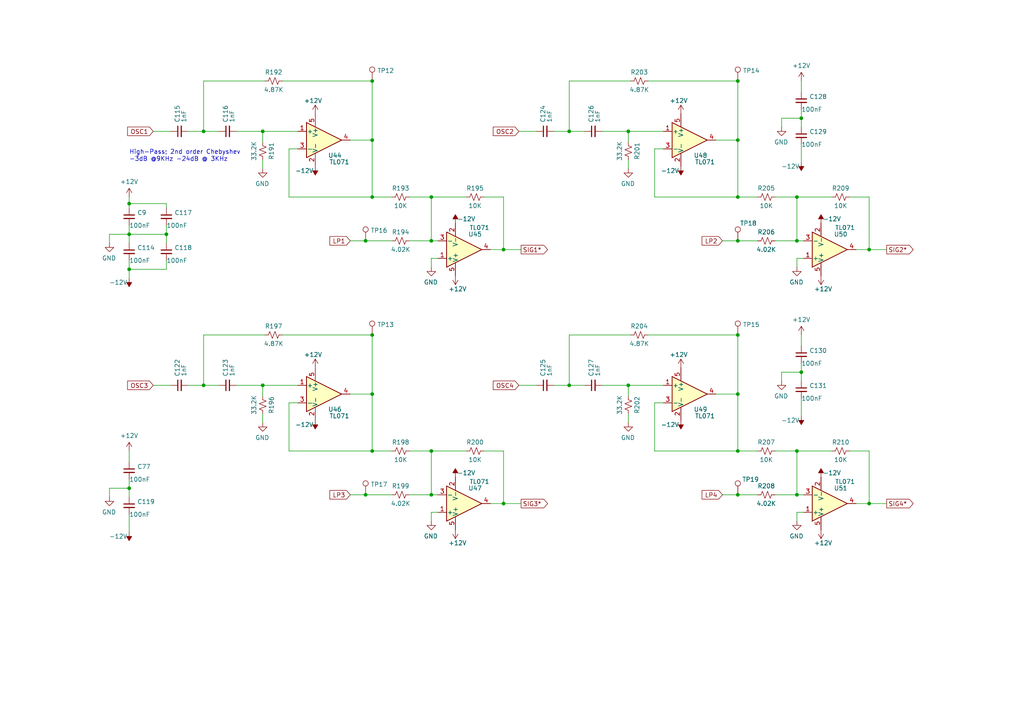
<source format=kicad_sch>
(kicad_sch (version 20211123) (generator eeschema)
  (paper "A4")
  (lib_symbols
    (symbol "Amplifier_Operational:TLV172IDCK" (pin_names (offset 0.127))
      (property "Reference" "U" (at 7.62 2.54 0))
      (property "Value" "TLV172IDCK" (at 11.43 -2.54 0))
      (symbol "TLV172IDCK_0_1"
        (polyline (pts (xy -2.54 5.08) (xy -2.54 -5.08) (xy 7.62 0) (xy -2.54 5.08)) (stroke (width 0.254)) (fill (type background)))
      )
      (symbol "TLV172IDCK_1_1"
        (pin input line (at -5.08 2.54 0) (length 2.54) (name "+") (number "1"))
        (pin power_in line (at 0 -7.62 90) (length 3.81) (name "V-") (number "2"))
        (pin input line (at -5.08 -2.54 0) (length 2.54) (name "-") (number "3"))
        (pin output line (at 10.16 0 180) (length 2.54) (name "~") (number "4"))
        (pin power_in line (at 0 7.62 270) (length 3.81) (name "V+") (number "5"))
      )
    )
    (symbol "Connector:TestPoint" (pin_numbers hide) (pin_names (offset 0.762) hide)
      (property "Reference" "TP" (at 0 6.858 0))
      (property "Value" "TestPoint" (at 0 5.08 0))
      (symbol "TestPoint_0_1"
        (circle (center 0 3.302) (radius 0.762))
      )
      (symbol "TestPoint_1_1"
        (pin passive line (at 0 0 90) (length 2.54) (name "1") (number "1"))
      )
    )
    (symbol "Device:C_Small" (pin_numbers hide) (pin_names (offset 0.254) hide)
      (property "Reference" "C" (at 0.254 1.778 0))
      (property "Value" "C_Small" (at 0.254 -2.032 0))
      (symbol "C_Small_0_1"
        (polyline (pts (xy -1.524 -0.508) (xy 1.524 -0.508)) (stroke (width 0.3302)))
        (polyline (pts (xy -1.524 0.508) (xy 1.524 0.508)) (stroke (width 0.3048)))
      )
      (symbol "C_Small_1_1"
        (pin passive line (at 0 2.54 270) (length 2.032) (name "~") (number "1"))
        (pin passive line (at 0 -2.54 90) (length 2.032) (name "~") (number "2"))
      )
    )
    (symbol "Device:R_Small_US" (pin_numbers hide) (pin_names (offset 0.254) hide)
      (property "Reference" "R" (at 0.762 0.508 0))
      (property "Value" "R_Small_US" (at 0.762 -1.016 0))
      (symbol "R_Small_US_1_1"
        (polyline (pts (xy 0 0) (xy 1.016 -0.381) (xy 0 -0.762) (xy -1.016 -1.143) (xy 0 -1.524)))
        (polyline (pts (xy 0 1.524) (xy 1.016 1.143) (xy 0 0.762) (xy -1.016 0.381) (xy 0 0)))
        (pin passive line (at 0 2.54 270) (length 1.016) (name "~") (number "1"))
        (pin passive line (at 0 -2.54 90) (length 1.016) (name "~") (number "2"))
      )
    )
    (symbol "power:+12V" (power) (pin_names (offset 0))
      (property "Value" "+12V" (at 0 3.556 0))
      (symbol "+12V_0_1"
        (polyline (pts (xy -0.762 1.27) (xy 0 2.54)))
        (polyline (pts (xy 0 0) (xy 0 2.54)))
        (polyline (pts (xy 0 2.54) (xy 0.762 1.27)))
      )
      (symbol "+12V_1_1"
        (pin power_in line (at 0 0 90) (length 0) hide (name "+12V") (number "1"))
      )
    )
    (symbol "power:-12V" (power) (pin_names (offset 0))
      (property "Value" "-12V" (at 0 3.81 0))
      (symbol "-12V_0_0"
        (pin power_in line (at 0 0 90) (length 0) hide (name "-12V") (number "1"))
      )
      (symbol "-12V_0_1"
        (polyline (pts (xy 0 0) (xy 0 1.27) (xy 0.762 1.27) (xy 0 2.54) (xy -0.762 1.27) (xy 0 1.27)) (fill (type outline)))
      )
    )
    (symbol "power:GND" (power) (pin_names (offset 0))
      (property "Value" "GND" (at 0 -3.81 0))
      (symbol "GND_0_1"
        (polyline (pts (xy 0 0) (xy 0 -1.27) (xy 1.27 -1.27) (xy 0 -2.54) (xy -1.27 -1.27) (xy 0 -1.27)))
      )
      (symbol "GND_1_1"
        (pin power_in line (at 0 0 270) (length 0) hide (name "GND") (number "1"))
      )
    )
  )
  (junction (at 231.14 57.15))
  (junction (at 213.995 40.64))
  (junction (at 107.95 23.495))
  (junction (at 107.95 57.15))
  (junction (at 252.095 72.39))
  (junction (at 37.465 78.105))
  (junction (at 37.465 59.055))
  (junction (at 213.995 130.81))
  (junction (at 213.995 57.15))
  (junction (at 106.045 143.51))
  (junction (at 231.14 143.51))
  (junction (at 182.245 111.76))
  (junction (at 125.095 57.15))
  (junction (at 182.245 38.1))
  (junction (at 59.055 111.76))
  (junction (at 213.995 23.495))
  (junction (at 213.995 69.85))
  (junction (at 59.055 38.1))
  (junction (at 231.14 130.81))
  (junction (at 146.05 72.39))
  (junction (at 76.2 111.76))
  (junction (at 165.1 111.76))
  (junction (at 106.045 69.85))
  (junction (at 252.095 146.05))
  (junction (at 37.465 141.605))
  (junction (at 48.26 67.945))
  (junction (at 165.1 38.1))
  (junction (at 76.2 38.1))
  (junction (at 107.95 40.64))
  (junction (at 232.41 107.95))
  (junction (at 213.995 143.51))
  (junction (at 231.14 69.85))
  (junction (at 107.95 114.3))
  (junction (at 37.465 67.945))
  (junction (at 107.95 97.155))
  (junction (at 107.95 130.81))
  (junction (at 232.41 34.29))
  (junction (at 213.995 97.155))
  (junction (at 213.995 114.3))
  (junction (at 146.05 146.05))
  (junction (at 125.095 69.85))
  (junction (at 125.095 130.81))
  (junction (at 125.095 143.51))
  (wire (pts (xy 76.2 38.1) (xy 76.2 41.275)))
  (wire (pts (xy 213.995 69.85) (xy 219.71 69.85)))
  (wire (pts (xy 107.95 114.3) (xy 101.6 114.3)))
  (wire (pts (xy 135.255 130.81) (xy 125.095 130.81)))
  (wire (pts (xy 31.75 141.605) (xy 37.465 141.605)))
  (wire (pts (xy 48.26 78.105) (xy 37.465 78.105)))
  (wire (pts (xy 224.79 69.85) (xy 231.14 69.85)))
  (wire (pts (xy 37.465 59.055) (xy 37.465 60.325)))
  (wire (pts (xy 189.865 116.84) (xy 189.865 130.81)))
  (wire (pts (xy 192.405 38.1) (xy 182.245 38.1)))
  (wire (pts (xy 192.405 43.18) (xy 189.865 43.18)))
  (wire (pts (xy 83.82 43.18) (xy 83.82 57.15)))
  (wire (pts (xy 68.58 38.1) (xy 76.2 38.1)))
  (wire (pts (xy 224.79 57.15) (xy 231.14 57.15)))
  (wire (pts (xy 37.465 67.945) (xy 48.26 67.945)))
  (wire (pts (xy 107.95 40.64) (xy 101.6 40.64)))
  (wire (pts (xy 226.695 110.49) (xy 226.695 107.95)))
  (wire (pts (xy 231.14 143.51) (xy 233.045 143.51)))
  (wire (pts (xy 213.995 130.81) (xy 219.71 130.81)))
  (wire (pts (xy 252.095 57.15) (xy 252.095 72.39)))
  (wire (pts (xy 83.82 57.15) (xy 107.95 57.15)))
  (wire (pts (xy 232.41 23.495) (xy 232.41 26.67)))
  (wire (pts (xy 31.75 144.145) (xy 31.75 141.605)))
  (wire (pts (xy 37.465 130.81) (xy 37.465 133.985)))
  (wire (pts (xy 48.26 75.565) (xy 48.26 78.105)))
  (wire (pts (xy 182.88 23.495) (xy 165.1 23.495)))
  (wire (pts (xy 231.14 148.59) (xy 231.14 151.13)))
  (wire (pts (xy 233.045 74.93) (xy 231.14 74.93)))
  (wire (pts (xy 232.41 107.95) (xy 232.41 110.49)))
  (wire (pts (xy 182.245 38.1) (xy 182.245 41.275)))
  (wire (pts (xy 76.2 120.015) (xy 76.2 122.555)))
  (wire (pts (xy 125.095 74.93) (xy 125.095 77.47)))
  (wire (pts (xy 76.2 111.76) (xy 76.2 114.935)))
  (wire (pts (xy 59.055 23.495) (xy 59.055 38.1)))
  (wire (pts (xy 59.055 111.76) (xy 63.5 111.76)))
  (wire (pts (xy 233.045 148.59) (xy 231.14 148.59)))
  (wire (pts (xy 226.695 36.83) (xy 226.695 34.29)))
  (wire (pts (xy 187.96 97.155) (xy 213.995 97.155)))
  (wire (pts (xy 76.2 46.355) (xy 76.2 48.895)))
  (wire (pts (xy 83.82 116.84) (xy 83.82 130.81)))
  (wire (pts (xy 37.465 141.605) (xy 37.465 144.145)))
  (wire (pts (xy 118.745 69.85) (xy 125.095 69.85)))
  (wire (pts (xy 37.465 149.225) (xy 37.465 154.305)))
  (wire (pts (xy 189.865 57.15) (xy 213.995 57.15)))
  (wire (pts (xy 31.75 67.945) (xy 37.465 67.945)))
  (wire (pts (xy 189.865 43.18) (xy 189.865 57.15)))
  (wire (pts (xy 252.095 130.81) (xy 252.095 146.05)))
  (wire (pts (xy 232.41 97.155) (xy 232.41 100.33)))
  (wire (pts (xy 107.95 23.495) (xy 107.95 40.64)))
  (wire (pts (xy 81.915 97.155) (xy 107.95 97.155)))
  (wire (pts (xy 232.41 34.29) (xy 232.41 36.83)))
  (wire (pts (xy 241.3 57.15) (xy 231.14 57.15)))
  (wire (pts (xy 213.995 40.64) (xy 207.645 40.64)))
  (wire (pts (xy 118.745 57.15) (xy 125.095 57.15)))
  (wire (pts (xy 160.655 111.76) (xy 165.1 111.76)))
  (wire (pts (xy 241.3 130.81) (xy 231.14 130.81)))
  (wire (pts (xy 231.14 69.85) (xy 233.045 69.85)))
  (wire (pts (xy 213.995 57.15) (xy 213.995 40.64)))
  (wire (pts (xy 213.995 23.495) (xy 213.995 40.64)))
  (wire (pts (xy 232.41 41.91) (xy 232.41 46.99)))
  (wire (pts (xy 48.26 67.945) (xy 48.26 70.485)))
  (wire (pts (xy 189.865 130.81) (xy 213.995 130.81)))
  (wire (pts (xy 246.38 130.81) (xy 252.095 130.81)))
  (wire (pts (xy 31.75 70.485) (xy 31.75 67.945)))
  (wire (pts (xy 165.1 97.155) (xy 165.1 111.76)))
  (wire (pts (xy 83.82 130.81) (xy 107.95 130.81)))
  (wire (pts (xy 182.245 111.76) (xy 182.245 114.935)))
  (wire (pts (xy 37.465 59.055) (xy 48.26 59.055)))
  (wire (pts (xy 146.05 72.39) (xy 151.13 72.39)))
  (wire (pts (xy 209.55 143.51) (xy 213.995 143.51)))
  (wire (pts (xy 213.995 57.15) (xy 219.71 57.15)))
  (wire (pts (xy 107.95 130.81) (xy 107.95 114.3)))
  (wire (pts (xy 182.245 120.015) (xy 182.245 122.555)))
  (wire (pts (xy 231.14 57.15) (xy 231.14 69.85)))
  (wire (pts (xy 192.405 116.84) (xy 189.865 116.84)))
  (wire (pts (xy 37.465 65.405) (xy 37.465 67.945)))
  (wire (pts (xy 44.45 111.76) (xy 49.53 111.76)))
  (wire (pts (xy 127 74.93) (xy 125.095 74.93)))
  (wire (pts (xy 107.95 57.15) (xy 113.665 57.15)))
  (wire (pts (xy 68.58 111.76) (xy 76.2 111.76)))
  (wire (pts (xy 54.61 111.76) (xy 59.055 111.76)))
  (wire (pts (xy 125.095 69.85) (xy 127 69.85)))
  (wire (pts (xy 48.26 60.325) (xy 48.26 59.055)))
  (wire (pts (xy 125.095 57.15) (xy 125.095 69.85)))
  (wire (pts (xy 37.465 139.065) (xy 37.465 141.605)))
  (wire (pts (xy 174.625 38.1) (xy 182.245 38.1)))
  (wire (pts (xy 150.495 38.1) (xy 155.575 38.1)))
  (wire (pts (xy 107.95 57.15) (xy 107.95 40.64)))
  (wire (pts (xy 150.495 111.76) (xy 155.575 111.76)))
  (wire (pts (xy 165.1 38.1) (xy 169.545 38.1)))
  (wire (pts (xy 37.465 78.105) (xy 37.465 80.645)))
  (wire (pts (xy 125.095 130.81) (xy 125.095 143.51)))
  (wire (pts (xy 146.05 57.15) (xy 146.05 72.39)))
  (wire (pts (xy 165.1 111.76) (xy 169.545 111.76)))
  (wire (pts (xy 127 148.59) (xy 125.095 148.59)))
  (wire (pts (xy 76.835 97.155) (xy 59.055 97.155)))
  (wire (pts (xy 213.995 97.155) (xy 213.995 114.3)))
  (wire (pts (xy 54.61 38.1) (xy 59.055 38.1)))
  (wire (pts (xy 140.335 57.15) (xy 146.05 57.15)))
  (wire (pts (xy 232.41 105.41) (xy 232.41 107.95)))
  (wire (pts (xy 118.745 143.51) (xy 125.095 143.51)))
  (wire (pts (xy 106.045 143.51) (xy 113.665 143.51)))
  (wire (pts (xy 246.38 57.15) (xy 252.095 57.15)))
  (wire (pts (xy 213.995 143.51) (xy 219.71 143.51)))
  (wire (pts (xy 107.95 97.155) (xy 107.95 114.3)))
  (wire (pts (xy 213.995 130.81) (xy 213.995 114.3)))
  (wire (pts (xy 226.695 107.95) (xy 232.41 107.95)))
  (wire (pts (xy 146.05 130.81) (xy 146.05 146.05)))
  (wire (pts (xy 187.96 23.495) (xy 213.995 23.495)))
  (wire (pts (xy 101.6 69.85) (xy 106.045 69.85)))
  (wire (pts (xy 86.36 116.84) (xy 83.82 116.84)))
  (wire (pts (xy 209.55 69.85) (xy 213.995 69.85)))
  (wire (pts (xy 252.095 146.05) (xy 248.285 146.05)))
  (wire (pts (xy 44.45 38.1) (xy 49.53 38.1)))
  (wire (pts (xy 37.465 57.15) (xy 37.465 59.055)))
  (wire (pts (xy 252.095 72.39) (xy 257.175 72.39)))
  (wire (pts (xy 101.6 143.51) (xy 106.045 143.51)))
  (wire (pts (xy 59.055 97.155) (xy 59.055 111.76)))
  (wire (pts (xy 165.1 23.495) (xy 165.1 38.1)))
  (wire (pts (xy 106.045 69.85) (xy 113.665 69.85)))
  (wire (pts (xy 224.79 143.51) (xy 231.14 143.51)))
  (wire (pts (xy 146.05 146.05) (xy 151.13 146.05)))
  (wire (pts (xy 86.36 111.76) (xy 76.2 111.76)))
  (wire (pts (xy 146.05 72.39) (xy 142.24 72.39)))
  (wire (pts (xy 224.79 130.81) (xy 231.14 130.81)))
  (wire (pts (xy 140.335 130.81) (xy 146.05 130.81)))
  (wire (pts (xy 232.41 115.57) (xy 232.41 120.65)))
  (wire (pts (xy 182.88 97.155) (xy 165.1 97.155)))
  (wire (pts (xy 232.41 31.75) (xy 232.41 34.29)))
  (wire (pts (xy 135.255 57.15) (xy 125.095 57.15)))
  (wire (pts (xy 76.835 23.495) (xy 59.055 23.495)))
  (wire (pts (xy 182.245 46.355) (xy 182.245 48.895)))
  (wire (pts (xy 125.095 143.51) (xy 127 143.51)))
  (wire (pts (xy 231.14 74.93) (xy 231.14 77.47)))
  (wire (pts (xy 231.14 130.81) (xy 231.14 143.51)))
  (wire (pts (xy 86.36 38.1) (xy 76.2 38.1)))
  (wire (pts (xy 146.05 146.05) (xy 142.24 146.05)))
  (wire (pts (xy 118.745 130.81) (xy 125.095 130.81)))
  (wire (pts (xy 107.95 130.81) (xy 113.665 130.81)))
  (wire (pts (xy 86.36 43.18) (xy 83.82 43.18)))
  (wire (pts (xy 48.26 65.405) (xy 48.26 67.945)))
  (wire (pts (xy 160.655 38.1) (xy 165.1 38.1)))
  (wire (pts (xy 213.995 114.3) (xy 207.645 114.3)))
  (wire (pts (xy 252.095 146.05) (xy 257.175 146.05)))
  (wire (pts (xy 174.625 111.76) (xy 182.245 111.76)))
  (wire (pts (xy 37.465 75.565) (xy 37.465 78.105)))
  (wire (pts (xy 226.695 34.29) (xy 232.41 34.29)))
  (wire (pts (xy 81.915 23.495) (xy 107.95 23.495)))
  (wire (pts (xy 252.095 72.39) (xy 248.285 72.39)))
  (wire (pts (xy 125.095 148.59) (xy 125.095 151.13)))
  (wire (pts (xy 192.405 111.76) (xy 182.245 111.76)))
  (wire (pts (xy 59.055 38.1) (xy 63.5 38.1)))
  (wire (pts (xy 37.465 67.945) (xy 37.465 70.485)))
  (text "High-Pass; 2nd order Chebyshev\n-3dB @9KHz -24dB @ 3KHz" (at 37.465 46.99 0) (effects (font (size 1.27 1.27)) (justify left bottom)))
  (global_label "LP3" (shape input) (at 101.6 143.51 180) (property "Intersheet References" "${INTERSHEET_REFS}" (effects hide)))
  (global_label "SIG1*" (shape output) (at 151.13 72.39 0) (property "Intersheet References" "${INTERSHEET_REFS}" (effects hide)))
  (global_label "OSC2" (shape input) (at 150.495 38.1 180) (property "Intersheet References" "${INTERSHEET_REFS}" (effects hide)))
  (global_label "SIG3*" (shape output) (at 151.13 146.05 0) (property "Intersheet References" "${INTERSHEET_REFS}" (effects hide)))
  (global_label "LP1" (shape input) (at 101.6 69.85 180) (property "Intersheet References" "${INTERSHEET_REFS}" (effects hide)))
  (global_label "LP4" (shape input) (at 209.55 143.51 180) (property "Intersheet References" "${INTERSHEET_REFS}" (effects hide)))
  (global_label "LP2" (shape input) (at 209.55 69.85 180) (property "Intersheet References" "${INTERSHEET_REFS}" (effects hide)))
  (global_label "OSC1" (shape input) (at 44.45 38.1 180) (property "Intersheet References" "${INTERSHEET_REFS}" (effects hide)))
  (global_label "SIG2*" (shape output) (at 257.175 72.39 0) (property "Intersheet References" "${INTERSHEET_REFS}" (effects hide)))
  (global_label "OSC3" (shape input) (at 44.45 111.76 180) (property "Intersheet References" "${INTERSHEET_REFS}" (effects hide)))
  (global_label "OSC4" (shape input) (at 150.495 111.76 180) (property "Intersheet References" "${INTERSHEET_REFS}" (effects hide)))
  (global_label "SIG4*" (shape output) (at 257.175 146.05 0) (property "Intersheet References" "${INTERSHEET_REFS}" (effects hide)))
  (symbol (lib_id "Amplifier_Operational:TLV172IDCK") (at 238.125 146.05 0) (mirror x) (unit 1)
    (property "Reference" "U51" (at 243.84 141.605 0))
    (property "Value" "TL071" (at 245.11 139.7 0))
    (property "Footprint" "Package_TO_SOT_SMD:SOT-353_SC-70-5" (effects hide))
    (property "Datasheet" "http://www.ti.com/lit/ds/symlink/tlv172.pdf" (effects hide))
    (property "LCSC Part #" "C4370475" (effects hide))
    (property "Digi-Key Part" "296-TL071HIDCKRCT-ND" (effects hide))
  )
  (symbol (lib_id "Device:R_Small_US") (at 222.25 130.81 270) (unit 1)
    (property "Reference" "R207" (at 222.25 128.27 90))
    (property "Value" "10K" (at 222.25 133.35 90))
    (property "Footprint" "Resistor_SMD:R_0603_1608Metric" (effects hide))
    (property "Digi-Key Part" "CRT0805-FZ-1002ELFCT-ND" (effects hide))
    (property "LCSC Part #" "C25804" (effects hide))
  )
  (symbol (lib_id "power:+12V") (at 232.41 97.155 0) (unit 1)
    (property "Reference" "#PWR0241" (effects hide))
    (property "Value" "+12V" (at 232.41 92.71 0))
  )
  (symbol (lib_id "Device:R_Small_US") (at 185.42 97.155 270) (unit 1)
    (property "Reference" "R204" (at 185.42 94.615 90))
    (property "Value" "4.87K" (at 185.42 99.695 90))
    (property "Footprint" "Resistor_SMD:R_0603_1608Metric" (effects hide))
    (property "Digi-Key Part" "CRT0805-FZ-1002ELFCT-ND" (effects hide))
    (property "LCSC Part #" "C23045" (effects hide))
  )
  (symbol (lib_id "Amplifier_Operational:TLV172IDCK") (at 132.08 146.05 0) (mirror x) (unit 1)
    (property "Reference" "U47" (at 137.795 141.605 0))
    (property "Value" "TL071" (at 139.065 139.7 0))
    (property "Footprint" "Package_TO_SOT_SMD:SOT-353_SC-70-5" (effects hide))
    (property "Datasheet" "http://www.ti.com/lit/ds/symlink/tlv172.pdf" (effects hide))
    (property "LCSC Part #" "C4370475" (effects hide))
    (property "Digi-Key Part" "296-TL071HIDCKRCT-ND" (effects hide))
  )
  (symbol (lib_id "Amplifier_Operational:TLV172IDCK") (at 197.485 40.64 0) (unit 1)
    (property "Reference" "U48" (at 203.2 45.085 0))
    (property "Value" "TL071" (at 204.47 46.99 0))
    (property "Footprint" "Package_TO_SOT_SMD:SOT-353_SC-70-5" (effects hide))
    (property "Datasheet" "http://www.ti.com/lit/ds/symlink/tlv172.pdf" (effects hide))
    (property "LCSC Part #" "C4370475" (effects hide))
    (property "Digi-Key Part" "296-TL071HIDCKRCT-ND" (effects hide))
  )
  (symbol (lib_id "Device:C_Small") (at 66.04 111.76 90) (unit 1)
    (property "Reference" "C123" (at 65.405 109.22 0) (effects (justify left)))
    (property "Value" "1nF" (at 67.31 109.22 0) (effects (justify left)))
    (property "Footprint" "Capacitor_SMD:C_0603_1608Metric_Pad1.08x0.95mm_HandSolder" (effects hide))
    (property "Datasheet" "http://datasheets.avx.com/SR-Series.pdf" (effects hide))
    (property "Digi-Key Part" "399-9877-1-ND" (effects hide))
    (property "LCSC Part #" "C106246" (effects hide))
  )
  (symbol (lib_id "power:GND") (at 31.75 144.145 0) (mirror y) (unit 1)
    (property "Reference" "#PWR0220" (effects hide))
    (property "Value" "GND" (at 31.623 148.5392 0))
  )
  (symbol (lib_id "power:+12V") (at 132.08 153.67 180) (unit 1)
    (property "Reference" "#PWR0228" (effects hide))
    (property "Value" "+12V" (at 132.715 157.48 0))
  )
  (symbol (lib_id "power:GND") (at 182.245 48.895 0) (mirror y) (unit 1)
    (property "Reference" "#PWR0229" (effects hide))
    (property "Value" "GND" (at 182.118 53.2892 0))
  )
  (symbol (lib_id "Device:C_Small") (at 52.07 111.76 90) (unit 1)
    (property "Reference" "C122" (at 51.435 109.22 0) (effects (justify left)))
    (property "Value" "1nF" (at 53.34 109.22 0) (effects (justify left)))
    (property "Footprint" "Capacitor_SMD:C_0603_1608Metric_Pad1.08x0.95mm_HandSolder" (effects hide))
    (property "Datasheet" "http://datasheets.avx.com/SR-Series.pdf" (effects hide))
    (property "Digi-Key Part" "399-9877-1-ND" (effects hide))
    (property "LCSC Part #" "C106246" (effects hide))
  )
  (symbol (lib_id "Device:R_Small_US") (at 79.375 23.495 270) (unit 1)
    (property "Reference" "R192" (at 79.375 20.955 90))
    (property "Value" "4.87K" (at 79.375 26.035 90))
    (property "Footprint" "Resistor_SMD:R_0603_1608Metric" (effects hide))
    (property "Digi-Key Part" "CRT0805-FZ-1002ELFCT-ND" (effects hide))
    (property "LCSC Part #" "C23045" (effects hide))
  )
  (symbol (lib_id "power:+12V") (at 238.125 153.67 180) (unit 1)
    (property "Reference" "#PWR0246" (effects hide))
    (property "Value" "+12V" (at 238.76 157.48 0))
  )
  (symbol (lib_id "Device:R_Small_US") (at 137.795 130.81 270) (unit 1)
    (property "Reference" "R200" (at 137.795 128.27 90))
    (property "Value" "10K" (at 137.795 133.35 90))
    (property "Footprint" "Resistor_SMD:R_0603_1608Metric" (effects hide))
    (property "Digi-Key Part" "CRT0805-FZ-1002ELFCT-ND" (effects hide))
    (property "LCSC Part #" "C25804" (effects hide))
  )
  (symbol (lib_id "power:-12V") (at 197.485 48.26 180) (unit 1)
    (property "Reference" "#PWR0232" (effects hide))
    (property "Value" "-12V" (at 194.31 49.53 0))
  )
  (symbol (lib_id "Device:R_Small_US") (at 182.245 117.475 180) (unit 1)
    (property "Reference" "R202" (at 184.785 117.475 90))
    (property "Value" "33.2K" (at 179.705 117.475 90))
    (property "Footprint" "Resistor_SMD:R_0603_1608Metric" (effects hide))
    (property "Digi-Key Part" "CRT0805-FZ-1002ELFCT-ND" (effects hide))
    (property "LCSC Part #" "C185338" (effects hide))
  )
  (symbol (lib_id "power:+12V") (at 37.465 130.81 0) (unit 1)
    (property "Reference" "#PWR0221" (effects hide))
    (property "Value" "+12V" (at 37.465 126.365 0))
  )
  (symbol (lib_id "Device:C_Small") (at 172.085 111.76 90) (unit 1)
    (property "Reference" "C127" (at 171.45 109.22 0) (effects (justify left)))
    (property "Value" "1nF" (at 173.355 109.22 0) (effects (justify left)))
    (property "Footprint" "Capacitor_SMD:C_0603_1608Metric_Pad1.08x0.95mm_HandSolder" (effects hide))
    (property "Datasheet" "http://datasheets.avx.com/SR-Series.pdf" (effects hide))
    (property "Digi-Key Part" "399-9877-1-ND" (effects hide))
    (property "LCSC Part #" "C106246" (effects hide))
  )
  (symbol (lib_id "Device:C_Small") (at 232.41 29.21 0) (unit 1)
    (property "Reference" "C128" (at 234.7468 28.0416 0) (effects (justify left)))
    (property "Value" "100nF" (at 232.41 31.75 0) (effects (justify left)))
    (property "Footprint" "Capacitor_SMD:C_0603_1608Metric" (effects hide))
    (property "Datasheet" "http://datasheets.avx.com/SR-Series.pdf" (effects hide))
    (property "Digi-Key Part" "478-10836-1-ND" (effects hide))
    (property "LCSC Part #" "C14663" (effects hide))
  )
  (symbol (lib_id "Amplifier_Operational:TLV172IDCK") (at 197.485 114.3 0) (unit 1)
    (property "Reference" "U49" (at 203.2 118.745 0))
    (property "Value" "TL071" (at 204.47 120.65 0))
    (property "Footprint" "Package_TO_SOT_SMD:SOT-353_SC-70-5" (effects hide))
    (property "Datasheet" "http://www.ti.com/lit/ds/symlink/tlv172.pdf" (effects hide))
    (property "LCSC Part #" "C4370475" (effects hide))
    (property "Digi-Key Part" "296-TL071HIDCKRCT-ND" (effects hide))
  )
  (symbol (lib_id "power:-12V") (at 132.08 138.43 0) (unit 1)
    (property "Reference" "#PWR0227" (effects hide))
    (property "Value" "-12V" (at 135.255 137.16 0))
  )
  (symbol (lib_id "Device:R_Small_US") (at 116.205 57.15 270) (unit 1)
    (property "Reference" "R193" (at 116.205 54.61 90))
    (property "Value" "10K" (at 116.205 59.69 90))
    (property "Footprint" "Resistor_SMD:R_0603_1608Metric" (effects hide))
    (property "Digi-Key Part" "CRT0805-FZ-1002ELFCT-ND" (effects hide))
    (property "LCSC Part #" "C25804" (effects hide))
  )
  (symbol (lib_id "Device:C_Small") (at 232.41 102.87 0) (unit 1)
    (property "Reference" "C130" (at 234.7468 101.7016 0) (effects (justify left)))
    (property "Value" "100nF" (at 232.41 105.41 0) (effects (justify left)))
    (property "Footprint" "Capacitor_SMD:C_0603_1608Metric" (effects hide))
    (property "Datasheet" "http://datasheets.avx.com/SR-Series.pdf" (effects hide))
    (property "Digi-Key Part" "478-10836-1-ND" (effects hide))
    (property "LCSC Part #" "C14663" (effects hide))
  )
  (symbol (lib_id "power:GND") (at 226.695 36.83 0) (mirror y) (unit 1)
    (property "Reference" "#PWR0235" (effects hide))
    (property "Value" "GND" (at 226.568 41.2242 0))
  )
  (symbol (lib_id "Device:C_Small") (at 158.115 38.1 90) (unit 1)
    (property "Reference" "C124" (at 157.48 35.56 0) (effects (justify left)))
    (property "Value" "1nF" (at 159.385 35.56 0) (effects (justify left)))
    (property "Footprint" "Capacitor_SMD:C_0603_1608Metric_Pad1.08x0.95mm_HandSolder" (effects hide))
    (property "Datasheet" "http://datasheets.avx.com/SR-Series.pdf" (effects hide))
    (property "Digi-Key Part" "399-9877-1-ND" (effects hide))
    (property "LCSC Part #" "C106246" (effects hide))
  )
  (symbol (lib_id "Device:R_Small_US") (at 76.2 117.475 180) (unit 1)
    (property "Reference" "R196" (at 78.74 117.475 90))
    (property "Value" "33.2K" (at 73.66 117.475 90))
    (property "Footprint" "Resistor_SMD:R_0603_1608Metric" (effects hide))
    (property "Digi-Key Part" "CRT0805-FZ-1002ELFCT-ND" (effects hide))
    (property "LCSC Part #" "C185338" (effects hide))
  )
  (symbol (lib_id "Device:C_Small") (at 232.41 113.03 0) (unit 1)
    (property "Reference" "C131" (at 234.7468 111.8616 0) (effects (justify left)))
    (property "Value" "100nF" (at 232.41 115.57 0) (effects (justify left)))
    (property "Footprint" "Capacitor_SMD:C_0603_1608Metric" (effects hide))
    (property "Datasheet" "http://datasheets.avx.com/SR-Series.pdf" (effects hide))
    (property "Digi-Key Part" "478-10836-1-ND" (effects hide))
    (property "LCSC Part #" "C14663" (effects hide))
  )
  (symbol (lib_id "Connector:TestPoint") (at 213.995 23.495 0) (unit 1) (in_bom no)
    (property "Reference" "TP14" (at 215.4682 20.4978 0) (effects (justify left)))
    (property "Value" "TestPoint" (effects hide))
    (property "Footprint" "TestPoint:TestPoint_Pad_1.5x1.5mm" (effects hide))
  )
  (symbol (lib_id "Device:R_Small_US") (at 137.795 57.15 270) (unit 1)
    (property "Reference" "R195" (at 137.795 54.61 90))
    (property "Value" "10K" (at 137.795 59.69 90))
    (property "Footprint" "Resistor_SMD:R_0603_1608Metric" (effects hide))
    (property "Digi-Key Part" "CRT0805-FZ-1002ELFCT-ND" (effects hide))
    (property "LCSC Part #" "C25804" (effects hide))
  )
  (symbol (lib_id "Device:C_Small") (at 52.07 38.1 90) (unit 1)
    (property "Reference" "C115" (at 51.435 35.56 0) (effects (justify left)))
    (property "Value" "1nF" (at 53.34 35.56 0) (effects (justify left)))
    (property "Footprint" "Capacitor_SMD:C_0603_1608Metric_Pad1.08x0.95mm_HandSolder" (effects hide))
    (property "Datasheet" "http://datasheets.avx.com/SR-Series.pdf" (effects hide))
    (property "Digi-Key Part" "399-9877-1-ND" (effects hide))
    (property "LCSC Part #" "C106246" (effects hide))
  )
  (symbol (lib_id "power:GND") (at 76.2 122.555 0) (mirror y) (unit 1)
    (property "Reference" "#PWR0223" (effects hide))
    (property "Value" "GND" (at 76.073 126.9492 0))
  )
  (symbol (lib_id "Connector:TestPoint") (at 107.95 23.495 0) (unit 1) (in_bom no)
    (property "Reference" "TP12" (at 109.4232 20.4978 0) (effects (justify left)))
    (property "Value" "TestPoint" (effects hide))
    (property "Footprint" "TestPoint:TestPoint_Pad_1.5x1.5mm" (effects hide))
  )
  (symbol (lib_id "power:-12V") (at 37.465 154.305 180) (unit 1)
    (property "Reference" "#PWR0222" (effects hide))
    (property "Value" "-12V" (at 34.29 155.575 0))
  )
  (symbol (lib_id "Device:C_Small") (at 158.115 111.76 90) (unit 1)
    (property "Reference" "C125" (at 157.48 109.22 0) (effects (justify left)))
    (property "Value" "1nF" (at 159.385 109.22 0) (effects (justify left)))
    (property "Footprint" "Capacitor_SMD:C_0603_1608Metric_Pad1.08x0.95mm_HandSolder" (effects hide))
    (property "Datasheet" "http://datasheets.avx.com/SR-Series.pdf" (effects hide))
    (property "Digi-Key Part" "399-9877-1-ND" (effects hide))
    (property "LCSC Part #" "C106246" (effects hide))
  )
  (symbol (lib_id "power:-12V") (at 132.08 64.77 0) (unit 1)
    (property "Reference" "#PWR0218" (effects hide))
    (property "Value" "-12V" (at 135.255 63.5 0))
  )
  (symbol (lib_id "power:-12V") (at 232.41 46.99 180) (unit 1)
    (property "Reference" "#PWR0240" (effects hide))
    (property "Value" "-12V" (at 229.235 48.26 0))
  )
  (symbol (lib_id "Connector:TestPoint") (at 213.995 97.155 0) (unit 1) (in_bom no)
    (property "Reference" "TP15" (at 215.4682 94.1578 0) (effects (justify left)))
    (property "Value" "TestPoint" (effects hide))
    (property "Footprint" "TestPoint:TestPoint_Pad_1.5x1.5mm" (effects hide))
  )
  (symbol (lib_id "Device:R_Small_US") (at 243.84 130.81 270) (unit 1)
    (property "Reference" "R210" (at 243.84 128.27 90))
    (property "Value" "10K" (at 243.84 133.35 90))
    (property "Footprint" "Resistor_SMD:R_0603_1608Metric" (effects hide))
    (property "Digi-Key Part" "CRT0805-FZ-1002ELFCT-ND" (effects hide))
    (property "LCSC Part #" "C25804" (effects hide))
  )
  (symbol (lib_id "power:+12V") (at 37.465 57.15 0) (unit 1)
    (property "Reference" "#PWR0212" (effects hide))
    (property "Value" "+12V" (at 37.465 52.705 0))
  )
  (symbol (lib_id "Device:R_Small_US") (at 185.42 23.495 270) (unit 1)
    (property "Reference" "R203" (at 185.42 20.955 90))
    (property "Value" "4.87K" (at 185.42 26.035 90))
    (property "Footprint" "Resistor_SMD:R_0603_1608Metric" (effects hide))
    (property "Digi-Key Part" "CRT0805-FZ-1002ELFCT-ND" (effects hide))
    (property "LCSC Part #" "C23045" (effects hide))
  )
  (symbol (lib_id "power:-12V") (at 37.465 80.645 180) (unit 1)
    (property "Reference" "#PWR0213" (effects hide))
    (property "Value" "-12V" (at 34.29 81.915 0))
  )
  (symbol (lib_id "power:+12V") (at 232.41 23.495 0) (unit 1)
    (property "Reference" "#PWR0239" (effects hide))
    (property "Value" "+12V" (at 232.41 19.05 0))
  )
  (symbol (lib_id "power:+12V") (at 238.125 80.01 180) (unit 1)
    (property "Reference" "#PWR0244" (effects hide))
    (property "Value" "+12V" (at 238.76 83.82 0))
  )
  (symbol (lib_id "power:-12V") (at 91.44 121.92 180) (unit 1)
    (property "Reference" "#PWR0225" (effects hide))
    (property "Value" "-12V" (at 88.265 123.19 0))
  )
  (symbol (lib_id "Device:R_Small_US") (at 116.205 130.81 270) (unit 1)
    (property "Reference" "R198" (at 116.205 128.27 90))
    (property "Value" "10K" (at 116.205 133.35 90))
    (property "Footprint" "Resistor_SMD:R_0603_1608Metric" (effects hide))
    (property "Digi-Key Part" "CRT0805-FZ-1002ELFCT-ND" (effects hide))
    (property "LCSC Part #" "C25804" (effects hide))
  )
  (symbol (lib_id "power:GND") (at 231.14 77.47 0) (mirror y) (unit 1)
    (property "Reference" "#PWR0237" (effects hide))
    (property "Value" "GND" (at 231.013 81.8642 0))
  )
  (symbol (lib_id "power:+12V") (at 132.08 80.01 180) (unit 1)
    (property "Reference" "#PWR0219" (effects hide))
    (property "Value" "+12V" (at 132.715 83.82 0))
  )
  (symbol (lib_id "Device:C_Small") (at 48.26 73.025 0) (unit 1)
    (property "Reference" "C118" (at 50.5968 71.8566 0) (effects (justify left)))
    (property "Value" "100nF" (at 48.26 75.565 0) (effects (justify left)))
    (property "Footprint" "Capacitor_SMD:C_0603_1608Metric" (effects hide))
    (property "Datasheet" "http://datasheets.avx.com/SR-Series.pdf" (effects hide))
    (property "Digi-Key Part" "478-10836-1-ND" (effects hide))
    (property "LCSC Part #" "C14663" (effects hide))
  )
  (symbol (lib_id "Device:C_Small") (at 172.085 38.1 90) (unit 1)
    (property "Reference" "C126" (at 171.45 35.56 0) (effects (justify left)))
    (property "Value" "1nF" (at 173.355 35.56 0) (effects (justify left)))
    (property "Footprint" "Capacitor_SMD:C_0603_1608Metric_Pad1.08x0.95mm_HandSolder" (effects hide))
    (property "Datasheet" "http://datasheets.avx.com/SR-Series.pdf" (effects hide))
    (property "Digi-Key Part" "399-9877-1-ND" (effects hide))
    (property "LCSC Part #" "C106246" (effects hide))
  )
  (symbol (lib_id "Amplifier_Operational:TLV172IDCK") (at 91.44 114.3 0) (unit 1)
    (property "Reference" "U46" (at 97.155 118.745 0))
    (property "Value" "TL071" (at 98.425 120.65 0))
    (property "Footprint" "Package_TO_SOT_SMD:SOT-353_SC-70-5" (effects hide))
    (property "Datasheet" "http://www.ti.com/lit/ds/symlink/tlv172.pdf" (effects hide))
    (property "LCSC Part #" "C4370475" (effects hide))
    (property "Digi-Key Part" "296-TL071HIDCKRCT-ND" (effects hide))
  )
  (symbol (lib_id "Connector:TestPoint") (at 213.995 69.85 0) (unit 1) (in_bom no)
    (property "Reference" "TP18" (at 214.63 64.77 0) (effects (justify left)))
    (property "Value" "TestPoint" (effects hide))
    (property "Footprint" "TestPoint:TestPoint_Pad_1.5x1.5mm" (effects hide))
  )
  (symbol (lib_id "Device:R_Small_US") (at 222.25 57.15 270) (unit 1)
    (property "Reference" "R205" (at 222.25 54.61 90))
    (property "Value" "10K" (at 222.25 59.69 90))
    (property "Footprint" "Resistor_SMD:R_0603_1608Metric" (effects hide))
    (property "Digi-Key Part" "CRT0805-FZ-1002ELFCT-ND" (effects hide))
    (property "LCSC Part #" "C25804" (effects hide))
  )
  (symbol (lib_id "Device:C_Small") (at 66.04 38.1 90) (unit 1)
    (property "Reference" "C116" (at 65.405 35.56 0) (effects (justify left)))
    (property "Value" "1nF" (at 67.31 35.56 0) (effects (justify left)))
    (property "Footprint" "Capacitor_SMD:C_0603_1608Metric_Pad1.08x0.95mm_HandSolder" (effects hide))
    (property "Datasheet" "http://datasheets.avx.com/SR-Series.pdf" (effects hide))
    (property "Digi-Key Part" "399-9877-1-ND" (effects hide))
    (property "LCSC Part #" "C106246" (effects hide))
  )
  (symbol (lib_id "Device:R_Small_US") (at 182.245 43.815 180) (unit 1)
    (property "Reference" "R201" (at 184.785 43.815 90))
    (property "Value" "33.2K" (at 179.705 43.815 90))
    (property "Footprint" "Resistor_SMD:R_0603_1608Metric" (effects hide))
    (property "Digi-Key Part" "CRT0805-FZ-1002ELFCT-ND" (effects hide))
    (property "LCSC Part #" "C185338" (effects hide))
  )
  (symbol (lib_id "Device:C_Small") (at 37.465 136.525 0) (unit 1)
    (property "Reference" "C77" (at 39.8018 135.3566 0) (effects (justify left)))
    (property "Value" "100nF" (at 37.465 139.065 0) (effects (justify left)))
    (property "Footprint" "Capacitor_SMD:C_0603_1608Metric" (effects hide))
    (property "Datasheet" "http://datasheets.avx.com/SR-Series.pdf" (effects hide))
    (property "Digi-Key Part" "478-10836-1-ND" (effects hide))
    (property "LCSC Part #" "C14663" (effects hide))
  )
  (symbol (lib_id "power:GND") (at 31.75 70.485 0) (mirror y) (unit 1)
    (property "Reference" "#PWR029" (effects hide))
    (property "Value" "GND" (at 31.623 74.8792 0))
  )
  (symbol (lib_id "power:-12V") (at 238.125 138.43 0) (unit 1)
    (property "Reference" "#PWR0245" (effects hide))
    (property "Value" "-12V" (at 241.3 137.16 0))
  )
  (symbol (lib_id "Connector:TestPoint") (at 106.045 69.85 0) (unit 1) (in_bom no)
    (property "Reference" "TP16" (at 107.5182 66.8528 0) (effects (justify left)))
    (property "Value" "TestPoint" (effects hide))
    (property "Footprint" "TestPoint:TestPoint_Pad_1.5x1.5mm" (effects hide))
  )
  (symbol (lib_id "Device:C_Small") (at 232.41 39.37 0) (unit 1)
    (property "Reference" "C129" (at 234.7468 38.2016 0) (effects (justify left)))
    (property "Value" "100nF" (at 232.41 41.91 0) (effects (justify left)))
    (property "Footprint" "Capacitor_SMD:C_0603_1608Metric" (effects hide))
    (property "Datasheet" "http://datasheets.avx.com/SR-Series.pdf" (effects hide))
    (property "Digi-Key Part" "478-10836-1-ND" (effects hide))
    (property "LCSC Part #" "C14663" (effects hide))
  )
  (symbol (lib_id "power:GND") (at 125.095 77.47 0) (mirror y) (unit 1)
    (property "Reference" "#PWR0217" (effects hide))
    (property "Value" "GND" (at 124.968 81.8642 0))
  )
  (symbol (lib_id "Device:C_Small") (at 48.26 62.865 0) (unit 1)
    (property "Reference" "C117" (at 50.5968 61.6966 0) (effects (justify left)))
    (property "Value" "100nF" (at 48.26 65.405 0) (effects (justify left)))
    (property "Footprint" "Capacitor_SMD:C_0603_1608Metric" (effects hide))
    (property "Datasheet" "http://datasheets.avx.com/SR-Series.pdf" (effects hide))
    (property "Digi-Key Part" "478-10836-1-ND" (effects hide))
    (property "LCSC Part #" "C14663" (effects hide))
  )
  (symbol (lib_id "Connector:TestPoint") (at 106.045 143.51 0) (unit 1) (in_bom no)
    (property "Reference" "TP17" (at 107.5182 140.5128 0) (effects (justify left)))
    (property "Value" "TestPoint" (effects hide))
    (property "Footprint" "TestPoint:TestPoint_Pad_1.5x1.5mm" (effects hide))
  )
  (symbol (lib_id "power:+12V") (at 91.44 106.68 0) (unit 1)
    (property "Reference" "#PWR0224" (effects hide))
    (property "Value" "+12V" (at 90.805 102.87 0))
  )
  (symbol (lib_id "Device:R_Small_US") (at 222.25 143.51 270) (unit 1)
    (property "Reference" "R208" (at 222.25 140.97 90))
    (property "Value" "4.02K" (at 222.25 146.05 90))
    (property "Footprint" "Resistor_SMD:R_0603_1608Metric" (effects hide))
    (property "Digi-Key Part" "CRT0805-FZ-1002ELFCT-ND" (effects hide))
    (property "LCSC Part #" "C23040" (effects hide))
  )
  (symbol (lib_id "power:GND") (at 226.695 110.49 0) (mirror y) (unit 1)
    (property "Reference" "#PWR0236" (effects hide))
    (property "Value" "GND" (at 226.568 114.8842 0))
  )
  (symbol (lib_id "power:GND") (at 182.245 122.555 0) (mirror y) (unit 1)
    (property "Reference" "#PWR0230" (effects hide))
    (property "Value" "GND" (at 182.118 126.9492 0))
  )
  (symbol (lib_id "Device:R_Small_US") (at 116.205 143.51 270) (unit 1)
    (property "Reference" "R199" (at 116.205 140.97 90))
    (property "Value" "4.02K" (at 116.205 146.05 90))
    (property "Footprint" "Resistor_SMD:R_0603_1608Metric" (effects hide))
    (property "Digi-Key Part" "CRT0805-FZ-1002ELFCT-ND" (effects hide))
    (property "LCSC Part #" "C23040" (effects hide))
  )
  (symbol (lib_id "Amplifier_Operational:TLV172IDCK") (at 91.44 40.64 0) (unit 1)
    (property "Reference" "U44" (at 97.155 45.085 0))
    (property "Value" "TL071" (at 98.425 46.99 0))
    (property "Footprint" "Package_TO_SOT_SMD:SOT-353_SC-70-5" (effects hide))
    (property "Datasheet" "http://www.ti.com/lit/ds/symlink/tlv172.pdf" (effects hide))
    (property "LCSC Part #" "C4370475" (effects hide))
    (property "Digi-Key Part" "296-TL071HIDCKRCT-ND" (effects hide))
  )
  (symbol (lib_id "Device:R_Small_US") (at 116.205 69.85 270) (unit 1)
    (property "Reference" "R194" (at 116.205 67.31 90))
    (property "Value" "4.02K" (at 116.205 72.39 90))
    (property "Footprint" "Resistor_SMD:R_0603_1608Metric" (effects hide))
    (property "Digi-Key Part" "CRT0805-FZ-1002ELFCT-ND" (effects hide))
    (property "LCSC Part #" "C23040" (effects hide))
  )
  (symbol (lib_id "Device:R_Small_US") (at 76.2 43.815 180) (unit 1)
    (property "Reference" "R191" (at 78.74 43.815 90))
    (property "Value" "33.2K" (at 73.66 43.815 90))
    (property "Footprint" "Resistor_SMD:R_0603_1608Metric" (effects hide))
    (property "Digi-Key Part" "CRT0805-FZ-1002ELFCT-ND" (effects hide))
    (property "LCSC Part #" "C185338" (effects hide))
  )
  (symbol (lib_id "Device:R_Small_US") (at 79.375 97.155 270) (unit 1)
    (property "Reference" "R197" (at 79.375 94.615 90))
    (property "Value" "4.87K" (at 79.375 99.695 90))
    (property "Footprint" "Resistor_SMD:R_0603_1608Metric" (effects hide))
    (property "Digi-Key Part" "CRT0805-FZ-1002ELFCT-ND" (effects hide))
    (property "LCSC Part #" "C23045" (effects hide))
  )
  (symbol (lib_id "Device:R_Small_US") (at 243.84 57.15 270) (unit 1)
    (property "Reference" "R209" (at 243.84 54.61 90))
    (property "Value" "10K" (at 243.84 59.69 90))
    (property "Footprint" "Resistor_SMD:R_0603_1608Metric" (effects hide))
    (property "Digi-Key Part" "CRT0805-FZ-1002ELFCT-ND" (effects hide))
    (property "LCSC Part #" "C25804" (effects hide))
  )
  (symbol (lib_id "Device:R_Small_US") (at 222.25 69.85 270) (unit 1)
    (property "Reference" "R206" (at 222.25 67.31 90))
    (property "Value" "4.02K" (at 222.25 72.39 90))
    (property "Footprint" "Resistor_SMD:R_0603_1608Metric" (effects hide))
    (property "Digi-Key Part" "CRT0805-FZ-1002ELFCT-ND" (effects hide))
    (property "LCSC Part #" "C23040" (effects hide))
  )
  (symbol (lib_id "power:-12V") (at 197.485 121.92 180) (unit 1)
    (property "Reference" "#PWR0234" (effects hide))
    (property "Value" "-12V" (at 194.31 123.19 0))
  )
  (symbol (lib_id "power:GND") (at 76.2 48.895 0) (mirror y) (unit 1)
    (property "Reference" "#PWR0214" (effects hide))
    (property "Value" "GND" (at 76.073 53.2892 0))
  )
  (symbol (lib_id "Device:C_Small") (at 37.465 62.865 0) (unit 1)
    (property "Reference" "C9" (at 39.8018 61.6966 0) (effects (justify left)))
    (property "Value" "100nF" (at 37.465 65.405 0) (effects (justify left)))
    (property "Footprint" "Capacitor_SMD:C_0603_1608Metric" (effects hide))
    (property "Datasheet" "http://datasheets.avx.com/SR-Series.pdf" (effects hide))
    (property "Digi-Key Part" "478-10836-1-ND" (effects hide))
    (property "LCSC Part #" "C14663" (effects hide))
  )
  (symbol (lib_id "Amplifier_Operational:TLV172IDCK") (at 238.125 72.39 0) (mirror x) (unit 1)
    (property "Reference" "U50" (at 243.84 67.945 0))
    (property "Value" "TL071" (at 245.11 66.04 0))
    (property "Footprint" "Package_TO_SOT_SMD:SOT-353_SC-70-5" (effects hide))
    (property "Datasheet" "http://www.ti.com/lit/ds/symlink/tlv172.pdf" (effects hide))
    (property "LCSC Part #" "C4370475" (effects hide))
    (property "Digi-Key Part" "296-TL071HIDCKRCT-ND" (effects hide))
  )
  (symbol (lib_id "power:-12V") (at 91.44 48.26 180) (unit 1)
    (property "Reference" "#PWR0216" (effects hide))
    (property "Value" "-12V" (at 88.265 49.53 0))
  )
  (symbol (lib_id "power:GND") (at 231.14 151.13 0) (mirror y) (unit 1)
    (property "Reference" "#PWR0238" (effects hide))
    (property "Value" "GND" (at 231.013 155.5242 0))
  )
  (symbol (lib_id "power:+12V") (at 91.44 33.02 0) (unit 1)
    (property "Reference" "#PWR0215" (effects hide))
    (property "Value" "+12V" (at 90.805 29.21 0))
  )
  (symbol (lib_id "power:GND") (at 125.095 151.13 0) (mirror y) (unit 1)
    (property "Reference" "#PWR0226" (effects hide))
    (property "Value" "GND" (at 124.968 155.5242 0))
  )
  (symbol (lib_id "power:+12V") (at 197.485 106.68 0) (unit 1)
    (property "Reference" "#PWR0233" (effects hide))
    (property "Value" "+12V" (at 196.85 102.87 0))
  )
  (symbol (lib_id "Amplifier_Operational:TLV172IDCK") (at 132.08 72.39 0) (mirror x) (unit 1)
    (property "Reference" "U45" (at 137.795 67.945 0))
    (property "Value" "TL071" (at 139.065 66.04 0))
    (property "Footprint" "Package_TO_SOT_SMD:SOT-353_SC-70-5" (effects hide))
    (property "Datasheet" "http://www.ti.com/lit/ds/symlink/tlv172.pdf" (effects hide))
    (property "LCSC Part #" "C4370475" (effects hide))
    (property "Digi-Key Part" "296-TL071HIDCKRCT-ND" (effects hide))
  )
  (symbol (lib_id "Device:C_Small") (at 37.465 73.025 0) (unit 1)
    (property "Reference" "C114" (at 39.8018 71.8566 0) (effects (justify left)))
    (property "Value" "100nF" (at 37.465 75.565 0) (effects (justify left)))
    (property "Footprint" "Capacitor_SMD:C_0603_1608Metric" (effects hide))
    (property "Datasheet" "http://datasheets.avx.com/SR-Series.pdf" (effects hide))
    (property "Digi-Key Part" "478-10836-1-ND" (effects hide))
    (property "LCSC Part #" "C14663" (effects hide))
  )
  (symbol (lib_id "power:-12V") (at 232.41 120.65 180) (unit 1)
    (property "Reference" "#PWR0242" (effects hide))
    (property "Value" "-12V" (at 229.235 121.92 0))
  )
  (symbol (lib_id "Connector:TestPoint") (at 107.95 97.155 0) (unit 1) (in_bom no)
    (property "Reference" "TP13" (at 109.4232 94.1578 0) (effects (justify left)))
    (property "Value" "TestPoint" (effects hide))
    (property "Footprint" "TestPoint:TestPoint_Pad_1.5x1.5mm" (effects hide))
  )
  (symbol (lib_id "power:-12V") (at 238.125 64.77 0) (unit 1)
    (property "Reference" "#PWR0243" (effects hide))
    (property "Value" "-12V" (at 241.3 63.5 0))
  )
  (symbol (lib_id "Device:C_Small") (at 37.465 146.685 0) (unit 1)
    (property "Reference" "C119" (at 39.8018 145.5166 0) (effects (justify left)))
    (property "Value" "100nF" (at 37.465 149.225 0) (effects (justify left)))
    (property "Footprint" "Capacitor_SMD:C_0603_1608Metric" (effects hide))
    (property "Datasheet" "http://datasheets.avx.com/SR-Series.pdf" (effects hide))
    (property "Digi-Key Part" "478-10836-1-ND" (effects hide))
    (property "LCSC Part #" "C14663" (effects hide))
  )
  (symbol (lib_id "Connector:TestPoint") (at 213.995 143.51 0) (unit 1) (in_bom no)
    (property "Reference" "TP19" (at 215.265 139.065 0) (effects (justify left)))
    (property "Value" "TestPoint" (effects hide))
    (property "Footprint" "TestPoint:TestPoint_Pad_1.5x1.5mm" (effects hide))
  )
  (symbol (lib_id "power:+12V") (at 197.485 33.02 0) (unit 1)
    (property "Reference" "#PWR0231" (effects hide))
    (property "Value" "+12V" (at 196.85 29.21 0))
  )
)
</source>
